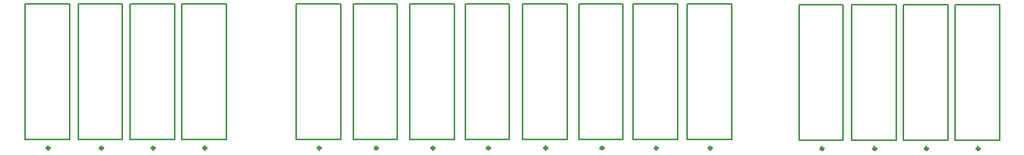
<source format=gbr>
G04 #@! TF.GenerationSoftware,KiCad,Pcbnew,(6.0.5)*
G04 #@! TF.CreationDate,2022-05-09T00:58:20-04:00*
G04 #@! TF.ProjectId,PB_16,50425f31-362e-46b6-9963-61645f706362,v1*
G04 #@! TF.SameCoordinates,Original*
G04 #@! TF.FileFunction,Other,ECO2*
%FSLAX46Y46*%
G04 Gerber Fmt 4.6, Leading zero omitted, Abs format (unit mm)*
G04 Created by KiCad (PCBNEW (6.0.5)) date 2022-05-09 00:58:20*
%MOMM*%
%LPD*%
G01*
G04 APERTURE LIST*
%ADD10C,0.300000*%
%ADD11C,0.127000*%
G04 APERTURE END LIST*
D10*
X123754020Y-152648600D02*
G75*
G03*
X123754020Y-152648600I-141420J0D01*
G01*
D11*
X125912600Y-151698600D02*
X121112600Y-151698600D01*
X125912600Y-136998600D02*
X125912600Y-151698600D01*
X121112600Y-136998600D02*
X125912600Y-136998600D01*
X121112600Y-151698600D02*
X121112600Y-136998600D01*
D10*
X105809020Y-152653600D02*
G75*
G03*
X105809020Y-152653600I-141420J0D01*
G01*
D11*
X107967600Y-151703600D02*
X103167600Y-151703600D01*
X107967600Y-137003600D02*
X107967600Y-151703600D01*
X103167600Y-137003600D02*
X107967600Y-137003600D01*
X103167600Y-151703600D02*
X103167600Y-137003600D01*
D10*
X194970520Y-152713600D02*
G75*
G03*
X194970520Y-152713600I-141420J0D01*
G01*
D11*
X197129100Y-151763600D02*
X192329100Y-151763600D01*
X197129100Y-137063600D02*
X197129100Y-151763600D01*
X192329100Y-137063600D02*
X197129100Y-137063600D01*
X192329100Y-151763600D02*
X192329100Y-137063600D01*
D10*
X189382520Y-152713600D02*
G75*
G03*
X189382520Y-152713600I-141420J0D01*
G01*
D11*
X191541100Y-151763600D02*
X186741100Y-151763600D01*
X191541100Y-137063600D02*
X191541100Y-151763600D01*
X186741100Y-137063600D02*
X191541100Y-137063600D01*
X186741100Y-151763600D02*
X186741100Y-137063600D01*
D10*
X183794520Y-152713600D02*
G75*
G03*
X183794520Y-152713600I-141420J0D01*
G01*
D11*
X185953100Y-151763600D02*
X181153100Y-151763600D01*
X185953100Y-137063600D02*
X185953100Y-151763600D01*
X181153100Y-137063600D02*
X185953100Y-137063600D01*
X181153100Y-151763600D02*
X181153100Y-137063600D01*
D10*
X178089020Y-152713600D02*
G75*
G03*
X178089020Y-152713600I-141420J0D01*
G01*
D11*
X180247600Y-151763600D02*
X175447600Y-151763600D01*
X180247600Y-137063600D02*
X180247600Y-151763600D01*
X175447600Y-137063600D02*
X180247600Y-137063600D01*
X175447600Y-151763600D02*
X175447600Y-137063600D01*
D10*
X166002520Y-152648600D02*
G75*
G03*
X166002520Y-152648600I-141420J0D01*
G01*
D11*
X168161100Y-151698600D02*
X163361100Y-151698600D01*
X168161100Y-136998600D02*
X168161100Y-151698600D01*
X163361100Y-136998600D02*
X168161100Y-136998600D01*
X163361100Y-151698600D02*
X163361100Y-136998600D01*
D10*
X160184020Y-152648600D02*
G75*
G03*
X160184020Y-152648600I-141420J0D01*
G01*
D11*
X162342600Y-151698600D02*
X157542600Y-151698600D01*
X162342600Y-136998600D02*
X162342600Y-151698600D01*
X157542600Y-136998600D02*
X162342600Y-136998600D01*
X157542600Y-151698600D02*
X157542600Y-136998600D01*
D10*
X154304020Y-152648600D02*
G75*
G03*
X154304020Y-152648600I-141420J0D01*
G01*
D11*
X156462600Y-151698600D02*
X151662600Y-151698600D01*
X156462600Y-136998600D02*
X156462600Y-151698600D01*
X151662600Y-136998600D02*
X156462600Y-136998600D01*
X151662600Y-151698600D02*
X151662600Y-136998600D01*
D10*
X148244020Y-152648600D02*
G75*
G03*
X148244020Y-152648600I-141420J0D01*
G01*
D11*
X150402600Y-151698600D02*
X145602600Y-151698600D01*
X150402600Y-136998600D02*
X150402600Y-151698600D01*
X145602600Y-136998600D02*
X150402600Y-136998600D01*
X145602600Y-151698600D02*
X145602600Y-136998600D01*
D10*
X142034520Y-152648600D02*
G75*
G03*
X142034520Y-152648600I-141420J0D01*
G01*
D11*
X144193100Y-151698600D02*
X139393100Y-151698600D01*
X144193100Y-136998600D02*
X144193100Y-151698600D01*
X139393100Y-136998600D02*
X144193100Y-136998600D01*
X139393100Y-151698600D02*
X139393100Y-136998600D01*
D10*
X136034020Y-152648600D02*
G75*
G03*
X136034020Y-152648600I-141420J0D01*
G01*
D11*
X138192600Y-151698600D02*
X133392600Y-151698600D01*
X138192600Y-136998600D02*
X138192600Y-151698600D01*
X133392600Y-136998600D02*
X138192600Y-136998600D01*
X133392600Y-151698600D02*
X133392600Y-136998600D01*
D10*
X129914020Y-152648600D02*
G75*
G03*
X129914020Y-152648600I-141420J0D01*
G01*
D11*
X132072600Y-151698600D02*
X127272600Y-151698600D01*
X132072600Y-136998600D02*
X132072600Y-151698600D01*
X127272600Y-136998600D02*
X132072600Y-136998600D01*
X127272600Y-151698600D02*
X127272600Y-136998600D01*
D10*
X111409020Y-152653600D02*
G75*
G03*
X111409020Y-152653600I-141420J0D01*
G01*
D11*
X113567600Y-151703600D02*
X108767600Y-151703600D01*
X113567600Y-137003600D02*
X113567600Y-151703600D01*
X108767600Y-137003600D02*
X113567600Y-137003600D01*
X108767600Y-151703600D02*
X108767600Y-137003600D01*
D10*
X100209020Y-152653600D02*
G75*
G03*
X100209020Y-152653600I-141420J0D01*
G01*
D11*
X102367600Y-151703600D02*
X97567600Y-151703600D01*
X102367600Y-137003600D02*
X102367600Y-151703600D01*
X97567600Y-137003600D02*
X102367600Y-137003600D01*
X97567600Y-151703600D02*
X97567600Y-137003600D01*
D10*
X94464020Y-152638600D02*
G75*
G03*
X94464020Y-152638600I-141420J0D01*
G01*
D11*
X96622600Y-151688600D02*
X91822600Y-151688600D01*
X96622600Y-136988600D02*
X96622600Y-151688600D01*
X91822600Y-136988600D02*
X96622600Y-136988600D01*
X91822600Y-151688600D02*
X91822600Y-136988600D01*
M02*

</source>
